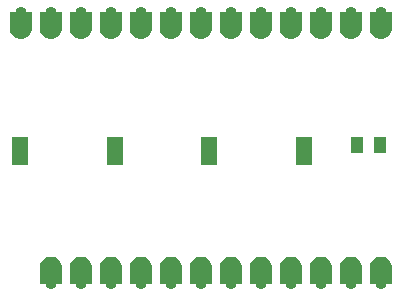
<source format=gbr>
G04 EAGLE Gerber RS-274X export*
G75*
%MOMM*%
%FSLAX34Y34*%
%LPD*%
%INSoldermask Bottom*%
%IPPOS*%
%AMOC8*
5,1,8,0,0,1.08239X$1,22.5*%
G01*
%ADD10C,1.798000*%
%ADD11C,1.036000*%
%ADD12R,1.120000X1.320000*%
%ADD13R,1.390000X2.350000*%

G36*
X52597Y206550D02*
X52597Y206550D01*
X52643Y206563D01*
X52718Y206574D01*
X54386Y207080D01*
X54429Y207102D01*
X54501Y207127D01*
X56038Y207949D01*
X56076Y207979D01*
X56141Y208018D01*
X57489Y209124D01*
X57520Y209160D01*
X57576Y209211D01*
X58682Y210559D01*
X58706Y210601D01*
X58751Y210662D01*
X59573Y212199D01*
X59587Y212245D01*
X59620Y212314D01*
X60126Y213982D01*
X60132Y214029D01*
X60150Y214104D01*
X60321Y215838D01*
X60319Y215865D01*
X60324Y215900D01*
X60324Y228600D01*
X60313Y228665D01*
X60311Y228731D01*
X60293Y228774D01*
X60285Y228821D01*
X60251Y228878D01*
X60226Y228938D01*
X60195Y228973D01*
X60170Y229014D01*
X60119Y229056D01*
X60075Y229104D01*
X60033Y229126D01*
X59996Y229155D01*
X59934Y229176D01*
X59875Y229207D01*
X59821Y229215D01*
X59784Y229227D01*
X59744Y229226D01*
X59690Y229234D01*
X41910Y229234D01*
X41845Y229223D01*
X41779Y229221D01*
X41736Y229203D01*
X41689Y229195D01*
X41632Y229161D01*
X41572Y229136D01*
X41537Y229105D01*
X41496Y229080D01*
X41455Y229029D01*
X41406Y228985D01*
X41384Y228943D01*
X41355Y228906D01*
X41334Y228844D01*
X41303Y228785D01*
X41295Y228731D01*
X41283Y228694D01*
X41283Y228670D01*
X41283Y228668D01*
X41283Y228650D01*
X41276Y228600D01*
X41276Y215900D01*
X41281Y215873D01*
X41279Y215838D01*
X41450Y214104D01*
X41463Y214057D01*
X41474Y213982D01*
X41980Y212314D01*
X42002Y212271D01*
X42027Y212199D01*
X42849Y210662D01*
X42879Y210624D01*
X42918Y210559D01*
X44024Y209211D01*
X44060Y209180D01*
X44111Y209124D01*
X45459Y208018D01*
X45501Y207994D01*
X45562Y207949D01*
X47099Y207127D01*
X47145Y207113D01*
X47214Y207080D01*
X47352Y207038D01*
X47353Y207038D01*
X48882Y206574D01*
X48929Y206568D01*
X49004Y206550D01*
X50738Y206379D01*
X50786Y206383D01*
X50862Y206379D01*
X52597Y206550D01*
G37*
G36*
X306597Y206550D02*
X306597Y206550D01*
X306643Y206563D01*
X306718Y206574D01*
X308386Y207080D01*
X308429Y207102D01*
X308501Y207127D01*
X310038Y207949D01*
X310076Y207979D01*
X310141Y208018D01*
X311489Y209124D01*
X311520Y209160D01*
X311576Y209211D01*
X312682Y210559D01*
X312706Y210601D01*
X312751Y210662D01*
X313573Y212199D01*
X313587Y212245D01*
X313620Y212314D01*
X314126Y213982D01*
X314132Y214029D01*
X314150Y214104D01*
X314321Y215838D01*
X314319Y215865D01*
X314324Y215900D01*
X314324Y228600D01*
X314313Y228665D01*
X314311Y228731D01*
X314293Y228774D01*
X314285Y228821D01*
X314251Y228878D01*
X314226Y228938D01*
X314195Y228973D01*
X314170Y229014D01*
X314119Y229056D01*
X314075Y229104D01*
X314033Y229126D01*
X313996Y229155D01*
X313934Y229176D01*
X313875Y229207D01*
X313821Y229215D01*
X313784Y229227D01*
X313744Y229226D01*
X313690Y229234D01*
X295910Y229234D01*
X295845Y229223D01*
X295779Y229221D01*
X295736Y229203D01*
X295689Y229195D01*
X295632Y229161D01*
X295572Y229136D01*
X295537Y229105D01*
X295496Y229080D01*
X295455Y229029D01*
X295406Y228985D01*
X295384Y228943D01*
X295355Y228906D01*
X295334Y228844D01*
X295303Y228785D01*
X295295Y228731D01*
X295283Y228694D01*
X295283Y228670D01*
X295283Y228668D01*
X295283Y228650D01*
X295276Y228600D01*
X295276Y215900D01*
X295281Y215873D01*
X295279Y215838D01*
X295450Y214104D01*
X295463Y214057D01*
X295474Y213982D01*
X295980Y212314D01*
X296002Y212271D01*
X296027Y212199D01*
X296849Y210662D01*
X296879Y210624D01*
X296918Y210559D01*
X298024Y209211D01*
X298060Y209180D01*
X298111Y209124D01*
X299459Y208018D01*
X299501Y207994D01*
X299562Y207949D01*
X301099Y207127D01*
X301145Y207113D01*
X301214Y207080D01*
X301352Y207038D01*
X301353Y207038D01*
X302882Y206574D01*
X302929Y206568D01*
X303004Y206550D01*
X304738Y206379D01*
X304786Y206383D01*
X304862Y206379D01*
X306597Y206550D01*
G37*
G36*
X154197Y206550D02*
X154197Y206550D01*
X154243Y206563D01*
X154318Y206574D01*
X155986Y207080D01*
X156029Y207102D01*
X156101Y207127D01*
X157638Y207949D01*
X157676Y207979D01*
X157741Y208018D01*
X159089Y209124D01*
X159120Y209160D01*
X159176Y209211D01*
X160282Y210559D01*
X160306Y210601D01*
X160351Y210662D01*
X161173Y212199D01*
X161187Y212245D01*
X161220Y212314D01*
X161726Y213982D01*
X161732Y214029D01*
X161750Y214104D01*
X161921Y215838D01*
X161919Y215865D01*
X161924Y215900D01*
X161924Y228600D01*
X161913Y228665D01*
X161911Y228731D01*
X161893Y228774D01*
X161885Y228821D01*
X161851Y228878D01*
X161826Y228938D01*
X161795Y228973D01*
X161770Y229014D01*
X161719Y229056D01*
X161675Y229104D01*
X161633Y229126D01*
X161596Y229155D01*
X161534Y229176D01*
X161475Y229207D01*
X161421Y229215D01*
X161384Y229227D01*
X161344Y229226D01*
X161290Y229234D01*
X143510Y229234D01*
X143445Y229223D01*
X143379Y229221D01*
X143336Y229203D01*
X143289Y229195D01*
X143232Y229161D01*
X143172Y229136D01*
X143137Y229105D01*
X143096Y229080D01*
X143055Y229029D01*
X143006Y228985D01*
X142984Y228943D01*
X142955Y228906D01*
X142934Y228844D01*
X142903Y228785D01*
X142895Y228731D01*
X142883Y228694D01*
X142883Y228670D01*
X142883Y228668D01*
X142883Y228650D01*
X142876Y228600D01*
X142876Y215900D01*
X142881Y215873D01*
X142879Y215838D01*
X143050Y214104D01*
X143063Y214057D01*
X143074Y213982D01*
X143580Y212314D01*
X143602Y212271D01*
X143627Y212199D01*
X144449Y210662D01*
X144479Y210624D01*
X144518Y210559D01*
X145624Y209211D01*
X145660Y209180D01*
X145711Y209124D01*
X147059Y208018D01*
X147101Y207994D01*
X147162Y207949D01*
X148699Y207127D01*
X148745Y207113D01*
X148814Y207080D01*
X148952Y207038D01*
X148953Y207038D01*
X150482Y206574D01*
X150529Y206568D01*
X150604Y206550D01*
X152338Y206379D01*
X152386Y206383D01*
X152462Y206379D01*
X154197Y206550D01*
G37*
G36*
X281197Y206550D02*
X281197Y206550D01*
X281243Y206563D01*
X281318Y206574D01*
X282986Y207080D01*
X283029Y207102D01*
X283101Y207127D01*
X284638Y207949D01*
X284676Y207979D01*
X284741Y208018D01*
X286089Y209124D01*
X286120Y209160D01*
X286176Y209211D01*
X287282Y210559D01*
X287306Y210601D01*
X287351Y210662D01*
X288173Y212199D01*
X288187Y212245D01*
X288220Y212314D01*
X288726Y213982D01*
X288732Y214029D01*
X288750Y214104D01*
X288921Y215838D01*
X288919Y215865D01*
X288924Y215900D01*
X288924Y228600D01*
X288913Y228665D01*
X288911Y228731D01*
X288893Y228774D01*
X288885Y228821D01*
X288851Y228878D01*
X288826Y228938D01*
X288795Y228973D01*
X288770Y229014D01*
X288719Y229056D01*
X288675Y229104D01*
X288633Y229126D01*
X288596Y229155D01*
X288534Y229176D01*
X288475Y229207D01*
X288421Y229215D01*
X288384Y229227D01*
X288344Y229226D01*
X288290Y229234D01*
X270510Y229234D01*
X270445Y229223D01*
X270379Y229221D01*
X270336Y229203D01*
X270289Y229195D01*
X270232Y229161D01*
X270172Y229136D01*
X270137Y229105D01*
X270096Y229080D01*
X270055Y229029D01*
X270006Y228985D01*
X269984Y228943D01*
X269955Y228906D01*
X269934Y228844D01*
X269903Y228785D01*
X269895Y228731D01*
X269883Y228694D01*
X269883Y228670D01*
X269883Y228668D01*
X269883Y228650D01*
X269876Y228600D01*
X269876Y215900D01*
X269881Y215873D01*
X269879Y215838D01*
X270050Y214104D01*
X270063Y214057D01*
X270074Y213982D01*
X270580Y212314D01*
X270602Y212271D01*
X270627Y212199D01*
X271449Y210662D01*
X271479Y210624D01*
X271518Y210559D01*
X272624Y209211D01*
X272660Y209180D01*
X272711Y209124D01*
X274059Y208018D01*
X274101Y207994D01*
X274162Y207949D01*
X275699Y207127D01*
X275745Y207113D01*
X275814Y207080D01*
X275952Y207038D01*
X275953Y207038D01*
X277482Y206574D01*
X277529Y206568D01*
X277604Y206550D01*
X279338Y206379D01*
X279386Y206383D01*
X279462Y206379D01*
X281197Y206550D01*
G37*
G36*
X128797Y206550D02*
X128797Y206550D01*
X128843Y206563D01*
X128918Y206574D01*
X130586Y207080D01*
X130629Y207102D01*
X130701Y207127D01*
X132238Y207949D01*
X132276Y207979D01*
X132341Y208018D01*
X133689Y209124D01*
X133720Y209160D01*
X133776Y209211D01*
X134882Y210559D01*
X134906Y210601D01*
X134951Y210662D01*
X135773Y212199D01*
X135787Y212245D01*
X135820Y212314D01*
X136326Y213982D01*
X136332Y214029D01*
X136350Y214104D01*
X136521Y215838D01*
X136519Y215865D01*
X136524Y215900D01*
X136524Y228600D01*
X136513Y228665D01*
X136511Y228731D01*
X136493Y228774D01*
X136485Y228821D01*
X136451Y228878D01*
X136426Y228938D01*
X136395Y228973D01*
X136370Y229014D01*
X136319Y229056D01*
X136275Y229104D01*
X136233Y229126D01*
X136196Y229155D01*
X136134Y229176D01*
X136075Y229207D01*
X136021Y229215D01*
X135984Y229227D01*
X135944Y229226D01*
X135890Y229234D01*
X118110Y229234D01*
X118045Y229223D01*
X117979Y229221D01*
X117936Y229203D01*
X117889Y229195D01*
X117832Y229161D01*
X117772Y229136D01*
X117737Y229105D01*
X117696Y229080D01*
X117655Y229029D01*
X117606Y228985D01*
X117584Y228943D01*
X117555Y228906D01*
X117534Y228844D01*
X117503Y228785D01*
X117495Y228731D01*
X117483Y228694D01*
X117483Y228670D01*
X117483Y228668D01*
X117483Y228650D01*
X117476Y228600D01*
X117476Y215900D01*
X117481Y215873D01*
X117479Y215838D01*
X117650Y214104D01*
X117663Y214057D01*
X117674Y213982D01*
X118180Y212314D01*
X118202Y212271D01*
X118227Y212199D01*
X119049Y210662D01*
X119079Y210624D01*
X119118Y210559D01*
X120224Y209211D01*
X120260Y209180D01*
X120311Y209124D01*
X121659Y208018D01*
X121701Y207994D01*
X121762Y207949D01*
X123299Y207127D01*
X123345Y207113D01*
X123414Y207080D01*
X123552Y207038D01*
X123553Y207038D01*
X125082Y206574D01*
X125129Y206568D01*
X125204Y206550D01*
X126938Y206379D01*
X126986Y206383D01*
X127062Y206379D01*
X128797Y206550D01*
G37*
G36*
X230397Y206550D02*
X230397Y206550D01*
X230443Y206563D01*
X230518Y206574D01*
X232186Y207080D01*
X232229Y207102D01*
X232301Y207127D01*
X233838Y207949D01*
X233876Y207979D01*
X233941Y208018D01*
X235289Y209124D01*
X235320Y209160D01*
X235376Y209211D01*
X236482Y210559D01*
X236506Y210601D01*
X236551Y210662D01*
X237373Y212199D01*
X237387Y212245D01*
X237420Y212314D01*
X237926Y213982D01*
X237932Y214029D01*
X237950Y214104D01*
X238121Y215838D01*
X238119Y215865D01*
X238124Y215900D01*
X238124Y228600D01*
X238113Y228665D01*
X238111Y228731D01*
X238093Y228774D01*
X238085Y228821D01*
X238051Y228878D01*
X238026Y228938D01*
X237995Y228973D01*
X237970Y229014D01*
X237919Y229056D01*
X237875Y229104D01*
X237833Y229126D01*
X237796Y229155D01*
X237734Y229176D01*
X237675Y229207D01*
X237621Y229215D01*
X237584Y229227D01*
X237544Y229226D01*
X237490Y229234D01*
X219710Y229234D01*
X219645Y229223D01*
X219579Y229221D01*
X219536Y229203D01*
X219489Y229195D01*
X219432Y229161D01*
X219372Y229136D01*
X219337Y229105D01*
X219296Y229080D01*
X219255Y229029D01*
X219206Y228985D01*
X219184Y228943D01*
X219155Y228906D01*
X219134Y228844D01*
X219103Y228785D01*
X219095Y228731D01*
X219083Y228694D01*
X219083Y228670D01*
X219083Y228668D01*
X219083Y228650D01*
X219076Y228600D01*
X219076Y215900D01*
X219081Y215873D01*
X219079Y215838D01*
X219250Y214104D01*
X219263Y214057D01*
X219274Y213982D01*
X219780Y212314D01*
X219802Y212271D01*
X219827Y212199D01*
X220649Y210662D01*
X220679Y210624D01*
X220718Y210559D01*
X221824Y209211D01*
X221860Y209180D01*
X221911Y209124D01*
X223259Y208018D01*
X223301Y207994D01*
X223362Y207949D01*
X224899Y207127D01*
X224945Y207113D01*
X225014Y207080D01*
X225152Y207038D01*
X225153Y207038D01*
X226682Y206574D01*
X226729Y206568D01*
X226804Y206550D01*
X228538Y206379D01*
X228586Y206383D01*
X228662Y206379D01*
X230397Y206550D01*
G37*
G36*
X77997Y206550D02*
X77997Y206550D01*
X78043Y206563D01*
X78118Y206574D01*
X79786Y207080D01*
X79829Y207102D01*
X79901Y207127D01*
X81438Y207949D01*
X81476Y207979D01*
X81541Y208018D01*
X82889Y209124D01*
X82920Y209160D01*
X82976Y209211D01*
X84082Y210559D01*
X84106Y210601D01*
X84151Y210662D01*
X84973Y212199D01*
X84987Y212245D01*
X85020Y212314D01*
X85526Y213982D01*
X85532Y214029D01*
X85550Y214104D01*
X85721Y215838D01*
X85719Y215865D01*
X85724Y215900D01*
X85724Y228600D01*
X85713Y228665D01*
X85711Y228731D01*
X85693Y228774D01*
X85685Y228821D01*
X85651Y228878D01*
X85626Y228938D01*
X85595Y228973D01*
X85570Y229014D01*
X85519Y229056D01*
X85475Y229104D01*
X85433Y229126D01*
X85396Y229155D01*
X85334Y229176D01*
X85275Y229207D01*
X85221Y229215D01*
X85184Y229227D01*
X85144Y229226D01*
X85090Y229234D01*
X67310Y229234D01*
X67245Y229223D01*
X67179Y229221D01*
X67136Y229203D01*
X67089Y229195D01*
X67032Y229161D01*
X66972Y229136D01*
X66937Y229105D01*
X66896Y229080D01*
X66855Y229029D01*
X66806Y228985D01*
X66784Y228943D01*
X66755Y228906D01*
X66734Y228844D01*
X66703Y228785D01*
X66695Y228731D01*
X66683Y228694D01*
X66683Y228670D01*
X66683Y228668D01*
X66683Y228650D01*
X66676Y228600D01*
X66676Y215900D01*
X66681Y215873D01*
X66679Y215838D01*
X66850Y214104D01*
X66863Y214057D01*
X66874Y213982D01*
X67380Y212314D01*
X67402Y212271D01*
X67427Y212199D01*
X68249Y210662D01*
X68279Y210624D01*
X68318Y210559D01*
X69424Y209211D01*
X69460Y209180D01*
X69511Y209124D01*
X70859Y208018D01*
X70901Y207994D01*
X70962Y207949D01*
X72499Y207127D01*
X72545Y207113D01*
X72614Y207080D01*
X72752Y207038D01*
X72753Y207038D01*
X74282Y206574D01*
X74329Y206568D01*
X74404Y206550D01*
X76138Y206379D01*
X76186Y206383D01*
X76262Y206379D01*
X77997Y206550D01*
G37*
G36*
X103397Y206550D02*
X103397Y206550D01*
X103443Y206563D01*
X103518Y206574D01*
X105186Y207080D01*
X105229Y207102D01*
X105301Y207127D01*
X106838Y207949D01*
X106876Y207979D01*
X106941Y208018D01*
X108289Y209124D01*
X108320Y209160D01*
X108376Y209211D01*
X109482Y210559D01*
X109506Y210601D01*
X109551Y210662D01*
X110373Y212199D01*
X110387Y212245D01*
X110420Y212314D01*
X110926Y213982D01*
X110932Y214029D01*
X110950Y214104D01*
X111121Y215838D01*
X111119Y215865D01*
X111124Y215900D01*
X111124Y228600D01*
X111113Y228665D01*
X111111Y228731D01*
X111093Y228774D01*
X111085Y228821D01*
X111051Y228878D01*
X111026Y228938D01*
X110995Y228973D01*
X110970Y229014D01*
X110919Y229056D01*
X110875Y229104D01*
X110833Y229126D01*
X110796Y229155D01*
X110734Y229176D01*
X110675Y229207D01*
X110621Y229215D01*
X110584Y229227D01*
X110544Y229226D01*
X110490Y229234D01*
X92710Y229234D01*
X92645Y229223D01*
X92579Y229221D01*
X92536Y229203D01*
X92489Y229195D01*
X92432Y229161D01*
X92372Y229136D01*
X92337Y229105D01*
X92296Y229080D01*
X92255Y229029D01*
X92206Y228985D01*
X92184Y228943D01*
X92155Y228906D01*
X92134Y228844D01*
X92103Y228785D01*
X92095Y228731D01*
X92083Y228694D01*
X92083Y228670D01*
X92083Y228668D01*
X92083Y228650D01*
X92076Y228600D01*
X92076Y215900D01*
X92081Y215873D01*
X92079Y215838D01*
X92250Y214104D01*
X92263Y214057D01*
X92274Y213982D01*
X92780Y212314D01*
X92802Y212271D01*
X92827Y212199D01*
X93649Y210662D01*
X93679Y210624D01*
X93718Y210559D01*
X94824Y209211D01*
X94860Y209180D01*
X94911Y209124D01*
X96259Y208018D01*
X96301Y207994D01*
X96362Y207949D01*
X97899Y207127D01*
X97945Y207113D01*
X98014Y207080D01*
X98152Y207038D01*
X98153Y207038D01*
X99682Y206574D01*
X99729Y206568D01*
X99804Y206550D01*
X101538Y206379D01*
X101586Y206383D01*
X101662Y206379D01*
X103397Y206550D01*
G37*
G36*
X204997Y206550D02*
X204997Y206550D01*
X205043Y206563D01*
X205118Y206574D01*
X206786Y207080D01*
X206829Y207102D01*
X206901Y207127D01*
X208438Y207949D01*
X208476Y207979D01*
X208541Y208018D01*
X209889Y209124D01*
X209920Y209160D01*
X209976Y209211D01*
X211082Y210559D01*
X211106Y210601D01*
X211151Y210662D01*
X211973Y212199D01*
X211987Y212245D01*
X212020Y212314D01*
X212526Y213982D01*
X212532Y214029D01*
X212550Y214104D01*
X212721Y215838D01*
X212719Y215865D01*
X212724Y215900D01*
X212724Y228600D01*
X212713Y228665D01*
X212711Y228731D01*
X212693Y228774D01*
X212685Y228821D01*
X212651Y228878D01*
X212626Y228938D01*
X212595Y228973D01*
X212570Y229014D01*
X212519Y229056D01*
X212475Y229104D01*
X212433Y229126D01*
X212396Y229155D01*
X212334Y229176D01*
X212275Y229207D01*
X212221Y229215D01*
X212184Y229227D01*
X212144Y229226D01*
X212090Y229234D01*
X194310Y229234D01*
X194245Y229223D01*
X194179Y229221D01*
X194136Y229203D01*
X194089Y229195D01*
X194032Y229161D01*
X193972Y229136D01*
X193937Y229105D01*
X193896Y229080D01*
X193855Y229029D01*
X193806Y228985D01*
X193784Y228943D01*
X193755Y228906D01*
X193734Y228844D01*
X193703Y228785D01*
X193695Y228731D01*
X193683Y228694D01*
X193683Y228670D01*
X193683Y228668D01*
X193683Y228650D01*
X193676Y228600D01*
X193676Y215900D01*
X193681Y215873D01*
X193679Y215838D01*
X193850Y214104D01*
X193863Y214057D01*
X193874Y213982D01*
X194380Y212314D01*
X194402Y212271D01*
X194427Y212199D01*
X195249Y210662D01*
X195279Y210624D01*
X195318Y210559D01*
X196424Y209211D01*
X196460Y209180D01*
X196511Y209124D01*
X197859Y208018D01*
X197901Y207994D01*
X197962Y207949D01*
X199499Y207127D01*
X199545Y207113D01*
X199614Y207080D01*
X199752Y207038D01*
X199753Y207038D01*
X201282Y206574D01*
X201329Y206568D01*
X201404Y206550D01*
X203138Y206379D01*
X203186Y206383D01*
X203262Y206379D01*
X204997Y206550D01*
G37*
G36*
X255797Y206550D02*
X255797Y206550D01*
X255843Y206563D01*
X255918Y206574D01*
X257586Y207080D01*
X257629Y207102D01*
X257701Y207127D01*
X259238Y207949D01*
X259276Y207979D01*
X259341Y208018D01*
X260689Y209124D01*
X260720Y209160D01*
X260776Y209211D01*
X261882Y210559D01*
X261906Y210601D01*
X261951Y210662D01*
X262773Y212199D01*
X262787Y212245D01*
X262820Y212314D01*
X263326Y213982D01*
X263332Y214029D01*
X263350Y214104D01*
X263521Y215838D01*
X263519Y215865D01*
X263524Y215900D01*
X263524Y228600D01*
X263513Y228665D01*
X263511Y228731D01*
X263493Y228774D01*
X263485Y228821D01*
X263451Y228878D01*
X263426Y228938D01*
X263395Y228973D01*
X263370Y229014D01*
X263319Y229056D01*
X263275Y229104D01*
X263233Y229126D01*
X263196Y229155D01*
X263134Y229176D01*
X263075Y229207D01*
X263021Y229215D01*
X262984Y229227D01*
X262944Y229226D01*
X262890Y229234D01*
X245110Y229234D01*
X245045Y229223D01*
X244979Y229221D01*
X244936Y229203D01*
X244889Y229195D01*
X244832Y229161D01*
X244772Y229136D01*
X244737Y229105D01*
X244696Y229080D01*
X244655Y229029D01*
X244606Y228985D01*
X244584Y228943D01*
X244555Y228906D01*
X244534Y228844D01*
X244503Y228785D01*
X244495Y228731D01*
X244483Y228694D01*
X244483Y228670D01*
X244483Y228668D01*
X244483Y228650D01*
X244476Y228600D01*
X244476Y215900D01*
X244481Y215873D01*
X244479Y215838D01*
X244650Y214104D01*
X244663Y214057D01*
X244674Y213982D01*
X245180Y212314D01*
X245202Y212271D01*
X245227Y212199D01*
X246049Y210662D01*
X246079Y210624D01*
X246118Y210559D01*
X247224Y209211D01*
X247260Y209180D01*
X247311Y209124D01*
X248659Y208018D01*
X248701Y207994D01*
X248762Y207949D01*
X250299Y207127D01*
X250345Y207113D01*
X250414Y207080D01*
X250552Y207038D01*
X250553Y207038D01*
X252082Y206574D01*
X252129Y206568D01*
X252204Y206550D01*
X253938Y206379D01*
X253986Y206383D01*
X254062Y206379D01*
X255797Y206550D01*
G37*
G36*
X27197Y206550D02*
X27197Y206550D01*
X27243Y206563D01*
X27318Y206574D01*
X28986Y207080D01*
X29029Y207102D01*
X29101Y207127D01*
X30638Y207949D01*
X30676Y207979D01*
X30741Y208018D01*
X32089Y209124D01*
X32120Y209160D01*
X32176Y209211D01*
X33282Y210559D01*
X33306Y210601D01*
X33351Y210662D01*
X34173Y212199D01*
X34187Y212245D01*
X34220Y212314D01*
X34726Y213982D01*
X34732Y214029D01*
X34750Y214104D01*
X34921Y215838D01*
X34919Y215865D01*
X34924Y215900D01*
X34924Y228600D01*
X34913Y228665D01*
X34911Y228731D01*
X34893Y228774D01*
X34885Y228821D01*
X34851Y228878D01*
X34826Y228938D01*
X34795Y228973D01*
X34770Y229014D01*
X34719Y229056D01*
X34675Y229104D01*
X34633Y229126D01*
X34596Y229155D01*
X34534Y229176D01*
X34475Y229207D01*
X34421Y229215D01*
X34384Y229227D01*
X34344Y229226D01*
X34290Y229234D01*
X16510Y229234D01*
X16445Y229223D01*
X16379Y229221D01*
X16336Y229203D01*
X16289Y229195D01*
X16232Y229161D01*
X16172Y229136D01*
X16137Y229105D01*
X16096Y229080D01*
X16055Y229029D01*
X16006Y228985D01*
X15984Y228943D01*
X15955Y228906D01*
X15934Y228844D01*
X15903Y228785D01*
X15895Y228731D01*
X15883Y228694D01*
X15883Y228670D01*
X15883Y228668D01*
X15883Y228650D01*
X15876Y228600D01*
X15876Y215900D01*
X15881Y215873D01*
X15879Y215838D01*
X16050Y214104D01*
X16063Y214057D01*
X16074Y213982D01*
X16580Y212314D01*
X16602Y212271D01*
X16627Y212199D01*
X17449Y210662D01*
X17479Y210624D01*
X17518Y210559D01*
X18624Y209211D01*
X18660Y209180D01*
X18711Y209124D01*
X20059Y208018D01*
X20101Y207994D01*
X20162Y207949D01*
X21699Y207127D01*
X21745Y207113D01*
X21814Y207080D01*
X21952Y207038D01*
X21953Y207038D01*
X23482Y206574D01*
X23529Y206568D01*
X23604Y206550D01*
X25338Y206379D01*
X25386Y206383D01*
X25462Y206379D01*
X27197Y206550D01*
G37*
G36*
X331997Y206550D02*
X331997Y206550D01*
X332043Y206563D01*
X332118Y206574D01*
X333786Y207080D01*
X333829Y207102D01*
X333901Y207127D01*
X335438Y207949D01*
X335476Y207979D01*
X335541Y208018D01*
X336889Y209124D01*
X336920Y209160D01*
X336976Y209211D01*
X338082Y210559D01*
X338106Y210601D01*
X338151Y210662D01*
X338973Y212199D01*
X338987Y212245D01*
X339020Y212314D01*
X339526Y213982D01*
X339532Y214029D01*
X339550Y214104D01*
X339721Y215838D01*
X339719Y215865D01*
X339724Y215900D01*
X339724Y228600D01*
X339713Y228665D01*
X339711Y228731D01*
X339693Y228774D01*
X339685Y228821D01*
X339651Y228878D01*
X339626Y228938D01*
X339595Y228973D01*
X339570Y229014D01*
X339519Y229056D01*
X339475Y229104D01*
X339433Y229126D01*
X339396Y229155D01*
X339334Y229176D01*
X339275Y229207D01*
X339221Y229215D01*
X339184Y229227D01*
X339144Y229226D01*
X339090Y229234D01*
X321310Y229234D01*
X321245Y229223D01*
X321179Y229221D01*
X321136Y229203D01*
X321089Y229195D01*
X321032Y229161D01*
X320972Y229136D01*
X320937Y229105D01*
X320896Y229080D01*
X320855Y229029D01*
X320806Y228985D01*
X320784Y228943D01*
X320755Y228906D01*
X320734Y228844D01*
X320703Y228785D01*
X320695Y228731D01*
X320683Y228694D01*
X320683Y228670D01*
X320683Y228668D01*
X320683Y228650D01*
X320676Y228600D01*
X320676Y215900D01*
X320681Y215873D01*
X320679Y215838D01*
X320850Y214104D01*
X320863Y214057D01*
X320874Y213982D01*
X321380Y212314D01*
X321402Y212271D01*
X321427Y212199D01*
X322249Y210662D01*
X322279Y210624D01*
X322318Y210559D01*
X323424Y209211D01*
X323460Y209180D01*
X323511Y209124D01*
X324859Y208018D01*
X324901Y207994D01*
X324962Y207949D01*
X326499Y207127D01*
X326545Y207113D01*
X326614Y207080D01*
X326752Y207038D01*
X326753Y207038D01*
X328282Y206574D01*
X328329Y206568D01*
X328404Y206550D01*
X330138Y206379D01*
X330186Y206383D01*
X330262Y206379D01*
X331997Y206550D01*
G37*
G36*
X179597Y206550D02*
X179597Y206550D01*
X179643Y206563D01*
X179718Y206574D01*
X181386Y207080D01*
X181429Y207102D01*
X181501Y207127D01*
X183038Y207949D01*
X183076Y207979D01*
X183141Y208018D01*
X184489Y209124D01*
X184520Y209160D01*
X184576Y209211D01*
X185682Y210559D01*
X185706Y210601D01*
X185751Y210662D01*
X186573Y212199D01*
X186587Y212245D01*
X186620Y212314D01*
X187126Y213982D01*
X187132Y214029D01*
X187150Y214104D01*
X187321Y215838D01*
X187319Y215865D01*
X187324Y215900D01*
X187324Y228600D01*
X187313Y228665D01*
X187311Y228731D01*
X187293Y228774D01*
X187285Y228821D01*
X187251Y228878D01*
X187226Y228938D01*
X187195Y228973D01*
X187170Y229014D01*
X187119Y229056D01*
X187075Y229104D01*
X187033Y229126D01*
X186996Y229155D01*
X186934Y229176D01*
X186875Y229207D01*
X186821Y229215D01*
X186784Y229227D01*
X186744Y229226D01*
X186690Y229234D01*
X168910Y229234D01*
X168845Y229223D01*
X168779Y229221D01*
X168736Y229203D01*
X168689Y229195D01*
X168632Y229161D01*
X168572Y229136D01*
X168537Y229105D01*
X168496Y229080D01*
X168455Y229029D01*
X168406Y228985D01*
X168384Y228943D01*
X168355Y228906D01*
X168334Y228844D01*
X168303Y228785D01*
X168295Y228731D01*
X168283Y228694D01*
X168283Y228670D01*
X168283Y228668D01*
X168283Y228650D01*
X168276Y228600D01*
X168276Y215900D01*
X168281Y215873D01*
X168279Y215838D01*
X168450Y214104D01*
X168463Y214057D01*
X168474Y213982D01*
X168980Y212314D01*
X169002Y212271D01*
X169027Y212199D01*
X169849Y210662D01*
X169879Y210624D01*
X169918Y210559D01*
X171024Y209211D01*
X171060Y209180D01*
X171111Y209124D01*
X172459Y208018D01*
X172501Y207994D01*
X172562Y207949D01*
X174099Y207127D01*
X174145Y207113D01*
X174214Y207080D01*
X174352Y207038D01*
X174353Y207038D01*
X175882Y206574D01*
X175929Y206568D01*
X176004Y206550D01*
X177738Y206379D01*
X177786Y206383D01*
X177862Y206379D01*
X179597Y206550D01*
G37*
G36*
X161355Y-623D02*
X161355Y-623D01*
X161421Y-621D01*
X161464Y-603D01*
X161511Y-595D01*
X161568Y-561D01*
X161628Y-536D01*
X161663Y-505D01*
X161704Y-480D01*
X161746Y-429D01*
X161794Y-385D01*
X161816Y-343D01*
X161845Y-306D01*
X161866Y-244D01*
X161897Y-185D01*
X161905Y-131D01*
X161917Y-94D01*
X161916Y-54D01*
X161924Y0D01*
X161924Y12700D01*
X161919Y12727D01*
X161921Y12762D01*
X161750Y14497D01*
X161737Y14543D01*
X161726Y14618D01*
X161220Y16286D01*
X161198Y16329D01*
X161173Y16401D01*
X160351Y17938D01*
X160321Y17976D01*
X160282Y18041D01*
X159176Y19389D01*
X159140Y19420D01*
X159089Y19476D01*
X157741Y20582D01*
X157699Y20606D01*
X157638Y20651D01*
X156101Y21473D01*
X156055Y21487D01*
X155986Y21520D01*
X155932Y21537D01*
X155931Y21537D01*
X154318Y22026D01*
X154271Y22032D01*
X154197Y22050D01*
X152462Y22221D01*
X152414Y22217D01*
X152338Y22221D01*
X150604Y22050D01*
X150557Y22037D01*
X150482Y22026D01*
X148814Y21520D01*
X148771Y21498D01*
X148699Y21473D01*
X147162Y20651D01*
X147124Y20621D01*
X147059Y20582D01*
X145711Y19476D01*
X145680Y19440D01*
X145624Y19389D01*
X144518Y18041D01*
X144494Y17999D01*
X144449Y17938D01*
X143627Y16401D01*
X143613Y16355D01*
X143580Y16286D01*
X143074Y14618D01*
X143068Y14571D01*
X143050Y14497D01*
X142879Y12762D01*
X142881Y12735D01*
X142876Y12700D01*
X142876Y0D01*
X142887Y-65D01*
X142889Y-131D01*
X142907Y-174D01*
X142915Y-221D01*
X142949Y-278D01*
X142974Y-338D01*
X143005Y-373D01*
X143030Y-414D01*
X143081Y-456D01*
X143125Y-504D01*
X143167Y-526D01*
X143204Y-555D01*
X143266Y-576D01*
X143325Y-607D01*
X143379Y-615D01*
X143416Y-627D01*
X143456Y-626D01*
X143510Y-634D01*
X161290Y-634D01*
X161355Y-623D01*
G37*
G36*
X186755Y-623D02*
X186755Y-623D01*
X186821Y-621D01*
X186864Y-603D01*
X186911Y-595D01*
X186968Y-561D01*
X187028Y-536D01*
X187063Y-505D01*
X187104Y-480D01*
X187146Y-429D01*
X187194Y-385D01*
X187216Y-343D01*
X187245Y-306D01*
X187266Y-244D01*
X187297Y-185D01*
X187305Y-131D01*
X187317Y-94D01*
X187316Y-54D01*
X187324Y0D01*
X187324Y12700D01*
X187319Y12727D01*
X187321Y12762D01*
X187150Y14497D01*
X187137Y14543D01*
X187126Y14618D01*
X186620Y16286D01*
X186598Y16329D01*
X186573Y16401D01*
X185751Y17938D01*
X185721Y17976D01*
X185682Y18041D01*
X184576Y19389D01*
X184540Y19420D01*
X184489Y19476D01*
X183141Y20582D01*
X183099Y20606D01*
X183038Y20651D01*
X181501Y21473D01*
X181455Y21487D01*
X181386Y21520D01*
X181332Y21537D01*
X181331Y21537D01*
X179718Y22026D01*
X179671Y22032D01*
X179597Y22050D01*
X177862Y22221D01*
X177814Y22217D01*
X177738Y22221D01*
X176004Y22050D01*
X175957Y22037D01*
X175882Y22026D01*
X174214Y21520D01*
X174171Y21498D01*
X174099Y21473D01*
X172562Y20651D01*
X172524Y20621D01*
X172459Y20582D01*
X171111Y19476D01*
X171080Y19440D01*
X171024Y19389D01*
X169918Y18041D01*
X169894Y17999D01*
X169849Y17938D01*
X169027Y16401D01*
X169013Y16355D01*
X168980Y16286D01*
X168474Y14618D01*
X168468Y14571D01*
X168450Y14497D01*
X168279Y12762D01*
X168281Y12735D01*
X168276Y12700D01*
X168276Y0D01*
X168287Y-65D01*
X168289Y-131D01*
X168307Y-174D01*
X168315Y-221D01*
X168349Y-278D01*
X168374Y-338D01*
X168405Y-373D01*
X168430Y-414D01*
X168481Y-456D01*
X168525Y-504D01*
X168567Y-526D01*
X168604Y-555D01*
X168666Y-576D01*
X168725Y-607D01*
X168779Y-615D01*
X168816Y-627D01*
X168856Y-626D01*
X168910Y-634D01*
X186690Y-634D01*
X186755Y-623D01*
G37*
G36*
X262955Y-623D02*
X262955Y-623D01*
X263021Y-621D01*
X263064Y-603D01*
X263111Y-595D01*
X263168Y-561D01*
X263228Y-536D01*
X263263Y-505D01*
X263304Y-480D01*
X263346Y-429D01*
X263394Y-385D01*
X263416Y-343D01*
X263445Y-306D01*
X263466Y-244D01*
X263497Y-185D01*
X263505Y-131D01*
X263517Y-94D01*
X263516Y-54D01*
X263524Y0D01*
X263524Y12700D01*
X263519Y12727D01*
X263521Y12762D01*
X263350Y14497D01*
X263337Y14543D01*
X263326Y14618D01*
X262820Y16286D01*
X262798Y16329D01*
X262773Y16401D01*
X261951Y17938D01*
X261921Y17976D01*
X261882Y18041D01*
X260776Y19389D01*
X260740Y19420D01*
X260689Y19476D01*
X259341Y20582D01*
X259299Y20606D01*
X259238Y20651D01*
X257701Y21473D01*
X257655Y21487D01*
X257586Y21520D01*
X257532Y21537D01*
X257531Y21537D01*
X255918Y22026D01*
X255871Y22032D01*
X255797Y22050D01*
X254062Y22221D01*
X254014Y22217D01*
X253938Y22221D01*
X252204Y22050D01*
X252157Y22037D01*
X252082Y22026D01*
X250414Y21520D01*
X250371Y21498D01*
X250299Y21473D01*
X248762Y20651D01*
X248724Y20621D01*
X248659Y20582D01*
X247311Y19476D01*
X247280Y19440D01*
X247224Y19389D01*
X246118Y18041D01*
X246094Y17999D01*
X246049Y17938D01*
X245227Y16401D01*
X245213Y16355D01*
X245180Y16286D01*
X244674Y14618D01*
X244668Y14571D01*
X244650Y14497D01*
X244479Y12762D01*
X244481Y12735D01*
X244476Y12700D01*
X244476Y0D01*
X244487Y-65D01*
X244489Y-131D01*
X244507Y-174D01*
X244515Y-221D01*
X244549Y-278D01*
X244574Y-338D01*
X244605Y-373D01*
X244630Y-414D01*
X244681Y-456D01*
X244725Y-504D01*
X244767Y-526D01*
X244804Y-555D01*
X244866Y-576D01*
X244925Y-607D01*
X244979Y-615D01*
X245016Y-627D01*
X245056Y-626D01*
X245110Y-634D01*
X262890Y-634D01*
X262955Y-623D01*
G37*
G36*
X237555Y-623D02*
X237555Y-623D01*
X237621Y-621D01*
X237664Y-603D01*
X237711Y-595D01*
X237768Y-561D01*
X237828Y-536D01*
X237863Y-505D01*
X237904Y-480D01*
X237946Y-429D01*
X237994Y-385D01*
X238016Y-343D01*
X238045Y-306D01*
X238066Y-244D01*
X238097Y-185D01*
X238105Y-131D01*
X238117Y-94D01*
X238116Y-54D01*
X238124Y0D01*
X238124Y12700D01*
X238119Y12727D01*
X238121Y12762D01*
X237950Y14497D01*
X237937Y14543D01*
X237926Y14618D01*
X237420Y16286D01*
X237398Y16329D01*
X237373Y16401D01*
X236551Y17938D01*
X236521Y17976D01*
X236482Y18041D01*
X235376Y19389D01*
X235340Y19420D01*
X235289Y19476D01*
X233941Y20582D01*
X233899Y20606D01*
X233838Y20651D01*
X232301Y21473D01*
X232255Y21487D01*
X232186Y21520D01*
X232132Y21537D01*
X232131Y21537D01*
X230518Y22026D01*
X230471Y22032D01*
X230397Y22050D01*
X228662Y22221D01*
X228614Y22217D01*
X228538Y22221D01*
X226804Y22050D01*
X226757Y22037D01*
X226682Y22026D01*
X225014Y21520D01*
X224971Y21498D01*
X224899Y21473D01*
X223362Y20651D01*
X223324Y20621D01*
X223259Y20582D01*
X221911Y19476D01*
X221880Y19440D01*
X221824Y19389D01*
X220718Y18041D01*
X220694Y17999D01*
X220649Y17938D01*
X219827Y16401D01*
X219813Y16355D01*
X219780Y16286D01*
X219274Y14618D01*
X219268Y14571D01*
X219250Y14497D01*
X219079Y12762D01*
X219081Y12735D01*
X219076Y12700D01*
X219076Y0D01*
X219087Y-65D01*
X219089Y-131D01*
X219107Y-174D01*
X219115Y-221D01*
X219149Y-278D01*
X219174Y-338D01*
X219205Y-373D01*
X219230Y-414D01*
X219281Y-456D01*
X219325Y-504D01*
X219367Y-526D01*
X219404Y-555D01*
X219466Y-576D01*
X219525Y-607D01*
X219579Y-615D01*
X219616Y-627D01*
X219656Y-626D01*
X219710Y-634D01*
X237490Y-634D01*
X237555Y-623D01*
G37*
G36*
X59755Y-623D02*
X59755Y-623D01*
X59821Y-621D01*
X59864Y-603D01*
X59911Y-595D01*
X59968Y-561D01*
X60028Y-536D01*
X60063Y-505D01*
X60104Y-480D01*
X60146Y-429D01*
X60194Y-385D01*
X60216Y-343D01*
X60245Y-306D01*
X60266Y-244D01*
X60297Y-185D01*
X60305Y-131D01*
X60317Y-94D01*
X60316Y-54D01*
X60324Y0D01*
X60324Y12700D01*
X60319Y12727D01*
X60321Y12762D01*
X60150Y14497D01*
X60137Y14543D01*
X60126Y14618D01*
X59620Y16286D01*
X59598Y16329D01*
X59573Y16401D01*
X58751Y17938D01*
X58721Y17976D01*
X58682Y18041D01*
X57576Y19389D01*
X57540Y19420D01*
X57489Y19476D01*
X56141Y20582D01*
X56099Y20606D01*
X56038Y20651D01*
X54501Y21473D01*
X54455Y21487D01*
X54386Y21520D01*
X54332Y21537D01*
X54331Y21537D01*
X52718Y22026D01*
X52671Y22032D01*
X52597Y22050D01*
X50862Y22221D01*
X50814Y22217D01*
X50738Y22221D01*
X49004Y22050D01*
X48957Y22037D01*
X48882Y22026D01*
X47214Y21520D01*
X47171Y21498D01*
X47099Y21473D01*
X45562Y20651D01*
X45524Y20621D01*
X45459Y20582D01*
X44111Y19476D01*
X44080Y19440D01*
X44024Y19389D01*
X42918Y18041D01*
X42894Y17999D01*
X42849Y17938D01*
X42027Y16401D01*
X42013Y16355D01*
X41980Y16286D01*
X41474Y14618D01*
X41468Y14571D01*
X41450Y14497D01*
X41279Y12762D01*
X41281Y12735D01*
X41276Y12700D01*
X41276Y0D01*
X41287Y-65D01*
X41289Y-131D01*
X41307Y-174D01*
X41315Y-221D01*
X41349Y-278D01*
X41374Y-338D01*
X41405Y-373D01*
X41430Y-414D01*
X41481Y-456D01*
X41525Y-504D01*
X41567Y-526D01*
X41604Y-555D01*
X41666Y-576D01*
X41725Y-607D01*
X41779Y-615D01*
X41816Y-627D01*
X41856Y-626D01*
X41910Y-634D01*
X59690Y-634D01*
X59755Y-623D01*
G37*
G36*
X212155Y-623D02*
X212155Y-623D01*
X212221Y-621D01*
X212264Y-603D01*
X212311Y-595D01*
X212368Y-561D01*
X212428Y-536D01*
X212463Y-505D01*
X212504Y-480D01*
X212546Y-429D01*
X212594Y-385D01*
X212616Y-343D01*
X212645Y-306D01*
X212666Y-244D01*
X212697Y-185D01*
X212705Y-131D01*
X212717Y-94D01*
X212716Y-54D01*
X212724Y0D01*
X212724Y12700D01*
X212719Y12727D01*
X212721Y12762D01*
X212550Y14497D01*
X212537Y14543D01*
X212526Y14618D01*
X212020Y16286D01*
X211998Y16329D01*
X211973Y16401D01*
X211151Y17938D01*
X211121Y17976D01*
X211082Y18041D01*
X209976Y19389D01*
X209940Y19420D01*
X209889Y19476D01*
X208541Y20582D01*
X208499Y20606D01*
X208438Y20651D01*
X206901Y21473D01*
X206855Y21487D01*
X206786Y21520D01*
X206732Y21537D01*
X206731Y21537D01*
X205118Y22026D01*
X205071Y22032D01*
X204997Y22050D01*
X203262Y22221D01*
X203214Y22217D01*
X203138Y22221D01*
X201404Y22050D01*
X201357Y22037D01*
X201282Y22026D01*
X199614Y21520D01*
X199571Y21498D01*
X199499Y21473D01*
X197962Y20651D01*
X197924Y20621D01*
X197859Y20582D01*
X196511Y19476D01*
X196480Y19440D01*
X196424Y19389D01*
X195318Y18041D01*
X195294Y17999D01*
X195249Y17938D01*
X194427Y16401D01*
X194413Y16355D01*
X194380Y16286D01*
X193874Y14618D01*
X193868Y14571D01*
X193850Y14497D01*
X193679Y12762D01*
X193681Y12735D01*
X193676Y12700D01*
X193676Y0D01*
X193687Y-65D01*
X193689Y-131D01*
X193707Y-174D01*
X193715Y-221D01*
X193749Y-278D01*
X193774Y-338D01*
X193805Y-373D01*
X193830Y-414D01*
X193881Y-456D01*
X193925Y-504D01*
X193967Y-526D01*
X194004Y-555D01*
X194066Y-576D01*
X194125Y-607D01*
X194179Y-615D01*
X194216Y-627D01*
X194256Y-626D01*
X194310Y-634D01*
X212090Y-634D01*
X212155Y-623D01*
G37*
G36*
X288355Y-623D02*
X288355Y-623D01*
X288421Y-621D01*
X288464Y-603D01*
X288511Y-595D01*
X288568Y-561D01*
X288628Y-536D01*
X288663Y-505D01*
X288704Y-480D01*
X288746Y-429D01*
X288794Y-385D01*
X288816Y-343D01*
X288845Y-306D01*
X288866Y-244D01*
X288897Y-185D01*
X288905Y-131D01*
X288917Y-94D01*
X288916Y-54D01*
X288924Y0D01*
X288924Y12700D01*
X288919Y12727D01*
X288921Y12762D01*
X288750Y14497D01*
X288737Y14543D01*
X288726Y14618D01*
X288220Y16286D01*
X288198Y16329D01*
X288173Y16401D01*
X287351Y17938D01*
X287321Y17976D01*
X287282Y18041D01*
X286176Y19389D01*
X286140Y19420D01*
X286089Y19476D01*
X284741Y20582D01*
X284699Y20606D01*
X284638Y20651D01*
X283101Y21473D01*
X283055Y21487D01*
X282986Y21520D01*
X282932Y21537D01*
X282931Y21537D01*
X281318Y22026D01*
X281271Y22032D01*
X281197Y22050D01*
X279462Y22221D01*
X279414Y22217D01*
X279338Y22221D01*
X277604Y22050D01*
X277557Y22037D01*
X277482Y22026D01*
X275814Y21520D01*
X275771Y21498D01*
X275699Y21473D01*
X274162Y20651D01*
X274124Y20621D01*
X274059Y20582D01*
X272711Y19476D01*
X272680Y19440D01*
X272624Y19389D01*
X271518Y18041D01*
X271494Y17999D01*
X271449Y17938D01*
X270627Y16401D01*
X270613Y16355D01*
X270580Y16286D01*
X270074Y14618D01*
X270068Y14571D01*
X270050Y14497D01*
X269879Y12762D01*
X269881Y12735D01*
X269876Y12700D01*
X269876Y0D01*
X269887Y-65D01*
X269889Y-131D01*
X269907Y-174D01*
X269915Y-221D01*
X269949Y-278D01*
X269974Y-338D01*
X270005Y-373D01*
X270030Y-414D01*
X270081Y-456D01*
X270125Y-504D01*
X270167Y-526D01*
X270204Y-555D01*
X270266Y-576D01*
X270325Y-607D01*
X270379Y-615D01*
X270416Y-627D01*
X270456Y-626D01*
X270510Y-634D01*
X288290Y-634D01*
X288355Y-623D01*
G37*
G36*
X85155Y-623D02*
X85155Y-623D01*
X85221Y-621D01*
X85264Y-603D01*
X85311Y-595D01*
X85368Y-561D01*
X85428Y-536D01*
X85463Y-505D01*
X85504Y-480D01*
X85546Y-429D01*
X85594Y-385D01*
X85616Y-343D01*
X85645Y-306D01*
X85666Y-244D01*
X85697Y-185D01*
X85705Y-131D01*
X85717Y-94D01*
X85716Y-54D01*
X85724Y0D01*
X85724Y12700D01*
X85719Y12727D01*
X85721Y12762D01*
X85550Y14497D01*
X85537Y14543D01*
X85526Y14618D01*
X85020Y16286D01*
X84998Y16329D01*
X84973Y16401D01*
X84151Y17938D01*
X84121Y17976D01*
X84082Y18041D01*
X82976Y19389D01*
X82940Y19420D01*
X82889Y19476D01*
X81541Y20582D01*
X81499Y20606D01*
X81438Y20651D01*
X79901Y21473D01*
X79855Y21487D01*
X79786Y21520D01*
X79732Y21537D01*
X79731Y21537D01*
X78118Y22026D01*
X78071Y22032D01*
X77997Y22050D01*
X76262Y22221D01*
X76214Y22217D01*
X76138Y22221D01*
X74404Y22050D01*
X74357Y22037D01*
X74282Y22026D01*
X72614Y21520D01*
X72571Y21498D01*
X72499Y21473D01*
X70962Y20651D01*
X70924Y20621D01*
X70859Y20582D01*
X69511Y19476D01*
X69480Y19440D01*
X69424Y19389D01*
X68318Y18041D01*
X68294Y17999D01*
X68249Y17938D01*
X67427Y16401D01*
X67413Y16355D01*
X67380Y16286D01*
X66874Y14618D01*
X66868Y14571D01*
X66850Y14497D01*
X66679Y12762D01*
X66681Y12735D01*
X66676Y12700D01*
X66676Y0D01*
X66687Y-65D01*
X66689Y-131D01*
X66707Y-174D01*
X66715Y-221D01*
X66749Y-278D01*
X66774Y-338D01*
X66805Y-373D01*
X66830Y-414D01*
X66881Y-456D01*
X66925Y-504D01*
X66967Y-526D01*
X67004Y-555D01*
X67066Y-576D01*
X67125Y-607D01*
X67179Y-615D01*
X67216Y-627D01*
X67256Y-626D01*
X67310Y-634D01*
X85090Y-634D01*
X85155Y-623D01*
G37*
G36*
X313755Y-623D02*
X313755Y-623D01*
X313821Y-621D01*
X313864Y-603D01*
X313911Y-595D01*
X313968Y-561D01*
X314028Y-536D01*
X314063Y-505D01*
X314104Y-480D01*
X314146Y-429D01*
X314194Y-385D01*
X314216Y-343D01*
X314245Y-306D01*
X314266Y-244D01*
X314297Y-185D01*
X314305Y-131D01*
X314317Y-94D01*
X314316Y-54D01*
X314324Y0D01*
X314324Y12700D01*
X314319Y12727D01*
X314321Y12762D01*
X314150Y14497D01*
X314137Y14543D01*
X314126Y14618D01*
X313620Y16286D01*
X313598Y16329D01*
X313573Y16401D01*
X312751Y17938D01*
X312721Y17976D01*
X312682Y18041D01*
X311576Y19389D01*
X311540Y19420D01*
X311489Y19476D01*
X310141Y20582D01*
X310099Y20606D01*
X310038Y20651D01*
X308501Y21473D01*
X308455Y21487D01*
X308386Y21520D01*
X308332Y21537D01*
X308331Y21537D01*
X306718Y22026D01*
X306671Y22032D01*
X306597Y22050D01*
X304862Y22221D01*
X304814Y22217D01*
X304738Y22221D01*
X303004Y22050D01*
X302957Y22037D01*
X302882Y22026D01*
X301214Y21520D01*
X301171Y21498D01*
X301099Y21473D01*
X299562Y20651D01*
X299524Y20621D01*
X299459Y20582D01*
X298111Y19476D01*
X298080Y19440D01*
X298024Y19389D01*
X296918Y18041D01*
X296894Y17999D01*
X296849Y17938D01*
X296027Y16401D01*
X296013Y16355D01*
X295980Y16286D01*
X295474Y14618D01*
X295468Y14571D01*
X295450Y14497D01*
X295279Y12762D01*
X295281Y12735D01*
X295276Y12700D01*
X295276Y0D01*
X295287Y-65D01*
X295289Y-131D01*
X295307Y-174D01*
X295315Y-221D01*
X295349Y-278D01*
X295374Y-338D01*
X295405Y-373D01*
X295430Y-414D01*
X295481Y-456D01*
X295525Y-504D01*
X295567Y-526D01*
X295604Y-555D01*
X295666Y-576D01*
X295725Y-607D01*
X295779Y-615D01*
X295816Y-627D01*
X295856Y-626D01*
X295910Y-634D01*
X313690Y-634D01*
X313755Y-623D01*
G37*
G36*
X135955Y-623D02*
X135955Y-623D01*
X136021Y-621D01*
X136064Y-603D01*
X136111Y-595D01*
X136168Y-561D01*
X136228Y-536D01*
X136263Y-505D01*
X136304Y-480D01*
X136346Y-429D01*
X136394Y-385D01*
X136416Y-343D01*
X136445Y-306D01*
X136466Y-244D01*
X136497Y-185D01*
X136505Y-131D01*
X136517Y-94D01*
X136516Y-54D01*
X136524Y0D01*
X136524Y12700D01*
X136519Y12727D01*
X136521Y12762D01*
X136350Y14497D01*
X136337Y14543D01*
X136326Y14618D01*
X135820Y16286D01*
X135798Y16329D01*
X135773Y16401D01*
X134951Y17938D01*
X134921Y17976D01*
X134882Y18041D01*
X133776Y19389D01*
X133740Y19420D01*
X133689Y19476D01*
X132341Y20582D01*
X132299Y20606D01*
X132238Y20651D01*
X130701Y21473D01*
X130655Y21487D01*
X130586Y21520D01*
X130532Y21537D01*
X130531Y21537D01*
X128918Y22026D01*
X128871Y22032D01*
X128797Y22050D01*
X127062Y22221D01*
X127014Y22217D01*
X126938Y22221D01*
X125204Y22050D01*
X125157Y22037D01*
X125082Y22026D01*
X123414Y21520D01*
X123371Y21498D01*
X123299Y21473D01*
X121762Y20651D01*
X121724Y20621D01*
X121659Y20582D01*
X120311Y19476D01*
X120280Y19440D01*
X120224Y19389D01*
X119118Y18041D01*
X119094Y17999D01*
X119049Y17938D01*
X118227Y16401D01*
X118213Y16355D01*
X118180Y16286D01*
X117674Y14618D01*
X117668Y14571D01*
X117650Y14497D01*
X117479Y12762D01*
X117481Y12735D01*
X117476Y12700D01*
X117476Y0D01*
X117487Y-65D01*
X117489Y-131D01*
X117507Y-174D01*
X117515Y-221D01*
X117549Y-278D01*
X117574Y-338D01*
X117605Y-373D01*
X117630Y-414D01*
X117681Y-456D01*
X117725Y-504D01*
X117767Y-526D01*
X117804Y-555D01*
X117866Y-576D01*
X117925Y-607D01*
X117979Y-615D01*
X118016Y-627D01*
X118056Y-626D01*
X118110Y-634D01*
X135890Y-634D01*
X135955Y-623D01*
G37*
G36*
X339155Y-623D02*
X339155Y-623D01*
X339221Y-621D01*
X339264Y-603D01*
X339311Y-595D01*
X339368Y-561D01*
X339428Y-536D01*
X339463Y-505D01*
X339504Y-480D01*
X339546Y-429D01*
X339594Y-385D01*
X339616Y-343D01*
X339645Y-306D01*
X339666Y-244D01*
X339697Y-185D01*
X339705Y-131D01*
X339717Y-94D01*
X339716Y-54D01*
X339724Y0D01*
X339724Y12700D01*
X339719Y12727D01*
X339721Y12762D01*
X339550Y14497D01*
X339537Y14543D01*
X339526Y14618D01*
X339020Y16286D01*
X338998Y16329D01*
X338973Y16401D01*
X338151Y17938D01*
X338121Y17976D01*
X338082Y18041D01*
X336976Y19389D01*
X336940Y19420D01*
X336889Y19476D01*
X335541Y20582D01*
X335499Y20606D01*
X335438Y20651D01*
X333901Y21473D01*
X333855Y21487D01*
X333786Y21520D01*
X333732Y21537D01*
X333731Y21537D01*
X332118Y22026D01*
X332071Y22032D01*
X331997Y22050D01*
X330262Y22221D01*
X330214Y22217D01*
X330138Y22221D01*
X328404Y22050D01*
X328357Y22037D01*
X328282Y22026D01*
X326614Y21520D01*
X326571Y21498D01*
X326499Y21473D01*
X324962Y20651D01*
X324924Y20621D01*
X324859Y20582D01*
X323511Y19476D01*
X323480Y19440D01*
X323424Y19389D01*
X322318Y18041D01*
X322294Y17999D01*
X322249Y17938D01*
X321427Y16401D01*
X321413Y16355D01*
X321380Y16286D01*
X320874Y14618D01*
X320868Y14571D01*
X320850Y14497D01*
X320679Y12762D01*
X320681Y12735D01*
X320676Y12700D01*
X320676Y0D01*
X320687Y-65D01*
X320689Y-131D01*
X320707Y-174D01*
X320715Y-221D01*
X320749Y-278D01*
X320774Y-338D01*
X320805Y-373D01*
X320830Y-414D01*
X320881Y-456D01*
X320925Y-504D01*
X320967Y-526D01*
X321004Y-555D01*
X321066Y-576D01*
X321125Y-607D01*
X321179Y-615D01*
X321216Y-627D01*
X321256Y-626D01*
X321310Y-634D01*
X339090Y-634D01*
X339155Y-623D01*
G37*
G36*
X110555Y-623D02*
X110555Y-623D01*
X110621Y-621D01*
X110664Y-603D01*
X110711Y-595D01*
X110768Y-561D01*
X110828Y-536D01*
X110863Y-505D01*
X110904Y-480D01*
X110946Y-429D01*
X110994Y-385D01*
X111016Y-343D01*
X111045Y-306D01*
X111066Y-244D01*
X111097Y-185D01*
X111105Y-131D01*
X111117Y-94D01*
X111116Y-54D01*
X111124Y0D01*
X111124Y12700D01*
X111119Y12727D01*
X111121Y12762D01*
X110950Y14497D01*
X110937Y14543D01*
X110926Y14618D01*
X110420Y16286D01*
X110398Y16329D01*
X110373Y16401D01*
X109551Y17938D01*
X109521Y17976D01*
X109482Y18041D01*
X108376Y19389D01*
X108340Y19420D01*
X108289Y19476D01*
X106941Y20582D01*
X106899Y20606D01*
X106838Y20651D01*
X105301Y21473D01*
X105255Y21487D01*
X105186Y21520D01*
X105132Y21537D01*
X105131Y21537D01*
X103518Y22026D01*
X103471Y22032D01*
X103397Y22050D01*
X101662Y22221D01*
X101614Y22217D01*
X101538Y22221D01*
X99804Y22050D01*
X99757Y22037D01*
X99682Y22026D01*
X98014Y21520D01*
X97971Y21498D01*
X97899Y21473D01*
X96362Y20651D01*
X96324Y20621D01*
X96259Y20582D01*
X94911Y19476D01*
X94880Y19440D01*
X94824Y19389D01*
X93718Y18041D01*
X93694Y17999D01*
X93649Y17938D01*
X92827Y16401D01*
X92813Y16355D01*
X92780Y16286D01*
X92274Y14618D01*
X92268Y14571D01*
X92250Y14497D01*
X92079Y12762D01*
X92081Y12735D01*
X92076Y12700D01*
X92076Y0D01*
X92087Y-65D01*
X92089Y-131D01*
X92107Y-174D01*
X92115Y-221D01*
X92149Y-278D01*
X92174Y-338D01*
X92205Y-373D01*
X92230Y-414D01*
X92281Y-456D01*
X92325Y-504D01*
X92367Y-526D01*
X92404Y-555D01*
X92466Y-576D01*
X92525Y-607D01*
X92579Y-615D01*
X92616Y-627D01*
X92656Y-626D01*
X92710Y-634D01*
X110490Y-634D01*
X110555Y-623D01*
G37*
D10*
X330200Y215900D03*
D11*
X330200Y228600D03*
D10*
X304800Y215900D03*
D11*
X304800Y228600D03*
D10*
X279400Y215900D03*
D11*
X279400Y228600D03*
D10*
X254000Y215900D03*
D11*
X254000Y228600D03*
D10*
X228600Y215900D03*
D11*
X228600Y228600D03*
D10*
X203200Y215900D03*
D11*
X203200Y228600D03*
D10*
X177800Y215900D03*
D11*
X177800Y228600D03*
D10*
X152400Y215900D03*
D11*
X152400Y228600D03*
D10*
X127000Y215900D03*
D11*
X127000Y228600D03*
D10*
X101600Y215900D03*
D11*
X101600Y228600D03*
D10*
X76200Y215900D03*
D11*
X76200Y228600D03*
D10*
X50800Y215900D03*
D11*
X50800Y228600D03*
D10*
X25400Y215900D03*
D11*
X25400Y228600D03*
D10*
X50800Y12700D03*
D11*
X50800Y0D03*
D10*
X76200Y12700D03*
D11*
X76200Y0D03*
D10*
X101600Y12700D03*
D11*
X101600Y0D03*
D10*
X127000Y12700D03*
D11*
X127000Y0D03*
D10*
X152400Y12700D03*
D11*
X152400Y0D03*
D10*
X177800Y12700D03*
D11*
X177800Y0D03*
D10*
X203200Y12700D03*
D11*
X203200Y0D03*
D10*
X228600Y12700D03*
D11*
X228600Y0D03*
D10*
X254000Y12700D03*
D11*
X254000Y0D03*
D10*
X279400Y12700D03*
D11*
X279400Y0D03*
D10*
X304800Y12700D03*
D11*
X304800Y0D03*
D10*
X330200Y12700D03*
D11*
X330200Y0D03*
D12*
X329687Y116977D03*
X309687Y116977D03*
D13*
X25000Y112000D03*
X105000Y112000D03*
X185000Y112000D03*
X265000Y112000D03*
M02*

</source>
